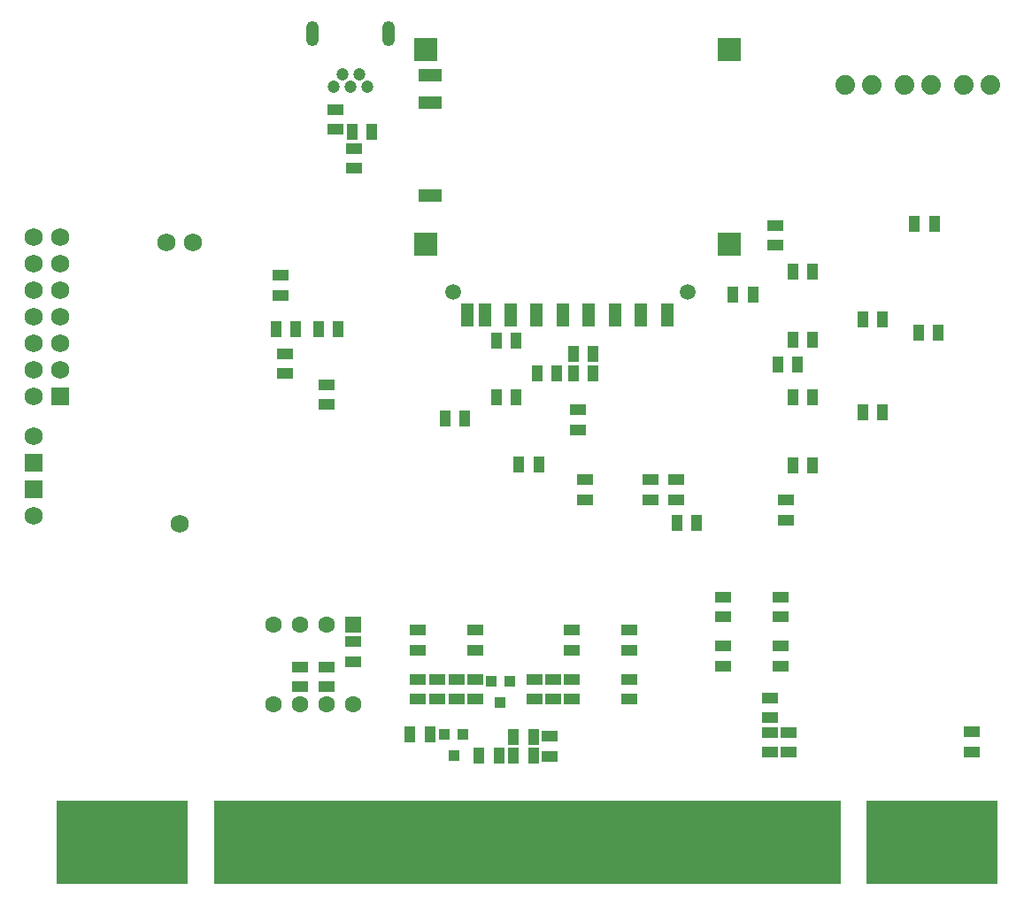
<source format=gbs>
G04 (created by PCBNEW-RS274X (2010-12-16 BZR 2663)-testing) date Tue 15 Feb 2011 12:52:38 PM CET*
G01*
G70*
G90*
%MOIN*%
G04 Gerber Fmt 3.4, Leading zero omitted, Abs format*
%FSLAX34Y34*%
G04 APERTURE LIST*
%ADD10C,0.008000*%
%ADD11R,0.068000X0.068000*%
%ADD12C,0.068000*%
%ADD13C,0.047400*%
%ADD14O,0.047400X0.094600*%
%ADD15R,0.043000X0.063000*%
%ADD16R,0.063000X0.043000*%
%ADD17C,0.059200*%
%ADD18R,0.051300X0.086700*%
%ADD19R,0.086700X0.086700*%
%ADD20R,0.086700X0.047400*%
%ADD21R,0.044000X0.044000*%
%ADD22R,0.063000X0.063000*%
%ADD23C,0.063000*%
%ADD24R,0.492900X0.315800*%
%ADD25R,2.363000X0.315800*%
%ADD26C,0.074000*%
G04 APERTURE END LIST*
G54D10*
G54D11*
X38500Y-38500D03*
G54D12*
X38500Y-37500D03*
G54D13*
X50135Y-23864D03*
X50450Y-24336D03*
X50765Y-23864D03*
X51080Y-24336D03*
X49820Y-24336D03*
G54D14*
X49013Y-22328D03*
X51887Y-22328D03*
G54D11*
X38500Y-39500D03*
G54D12*
X38500Y-40500D03*
X44000Y-40800D03*
X44500Y-30200D03*
X43500Y-30200D03*
G54D11*
X39516Y-35992D03*
G54D12*
X38516Y-35992D03*
X39516Y-34992D03*
X38516Y-34992D03*
X39516Y-33992D03*
X38516Y-33992D03*
X39516Y-32992D03*
X38516Y-32992D03*
X39516Y-31992D03*
X38516Y-31992D03*
X39516Y-30992D03*
X38516Y-30992D03*
X39516Y-29992D03*
X38516Y-29992D03*
G54D15*
X58838Y-34370D03*
X59588Y-34370D03*
X50500Y-26025D03*
X51250Y-26025D03*
X72575Y-33600D03*
X71825Y-33600D03*
X71675Y-29475D03*
X72425Y-29475D03*
G54D16*
X64475Y-46150D03*
X64475Y-45400D03*
X58775Y-47400D03*
X58775Y-46650D03*
X52975Y-47400D03*
X52975Y-46650D03*
X64475Y-43550D03*
X64475Y-44300D03*
X58775Y-44800D03*
X58775Y-45550D03*
X52975Y-44800D03*
X52975Y-45550D03*
X50550Y-45225D03*
X50550Y-45975D03*
G54D15*
X69725Y-33100D03*
X70475Y-33100D03*
X67275Y-34800D03*
X66525Y-34800D03*
G54D16*
X62700Y-39875D03*
X62700Y-39125D03*
G54D15*
X57460Y-35118D03*
X58210Y-35118D03*
G54D16*
X59275Y-39875D03*
X59275Y-39125D03*
X66825Y-39900D03*
X66825Y-40650D03*
G54D15*
X67850Y-38600D03*
X67100Y-38600D03*
X67850Y-33850D03*
X67100Y-33850D03*
G54D16*
X66425Y-29550D03*
X66425Y-30300D03*
G54D15*
X56675Y-33875D03*
X55925Y-33875D03*
X56675Y-36025D03*
X55925Y-36025D03*
G54D16*
X73825Y-48625D03*
X73825Y-49375D03*
G54D15*
X54750Y-36825D03*
X54000Y-36825D03*
X69725Y-36600D03*
X70475Y-36600D03*
X58838Y-35118D03*
X59588Y-35118D03*
X47625Y-33450D03*
X48375Y-33450D03*
G54D16*
X47800Y-31425D03*
X47800Y-32175D03*
G54D15*
X49975Y-33450D03*
X49225Y-33450D03*
G54D16*
X47975Y-35125D03*
X47975Y-34375D03*
X55125Y-44800D03*
X55125Y-45550D03*
X60925Y-44800D03*
X60925Y-45550D03*
X66625Y-43550D03*
X66625Y-44300D03*
X66625Y-46150D03*
X66625Y-45400D03*
X60925Y-47400D03*
X60925Y-46650D03*
X55125Y-47400D03*
X55125Y-46650D03*
G54D17*
X54314Y-32049D03*
X63133Y-32049D03*
G54D18*
X61391Y-32915D03*
X60407Y-32915D03*
X59422Y-32915D03*
X58438Y-32915D03*
X57454Y-32915D03*
X56470Y-32915D03*
X55515Y-32915D03*
X54845Y-32915D03*
X62375Y-32915D03*
G54D19*
X64708Y-30258D03*
X64708Y-22915D03*
X53290Y-30258D03*
X53290Y-22915D03*
G54D20*
X53448Y-28427D03*
X53448Y-24903D03*
X53448Y-23880D03*
G54D16*
X50575Y-26650D03*
X50575Y-27400D03*
X49875Y-25175D03*
X49875Y-25925D03*
G54D21*
X56425Y-46725D03*
X55725Y-46725D03*
X56075Y-47525D03*
G54D16*
X49525Y-36300D03*
X49525Y-35550D03*
G54D22*
X50550Y-44575D03*
G54D23*
X49550Y-44575D03*
X48550Y-44575D03*
X47550Y-44575D03*
X47550Y-47575D03*
X48550Y-47575D03*
X49550Y-47575D03*
X50550Y-47575D03*
G54D16*
X48550Y-46925D03*
X48550Y-46175D03*
X49550Y-46925D03*
X49550Y-46175D03*
X66925Y-48650D03*
X66925Y-49400D03*
X66225Y-48100D03*
X66225Y-47350D03*
G54D15*
X56025Y-49525D03*
X55275Y-49525D03*
X56575Y-49525D03*
X57325Y-49525D03*
G54D16*
X57950Y-48800D03*
X57950Y-49550D03*
X66225Y-49400D03*
X66225Y-48650D03*
X57375Y-47400D03*
X57375Y-46650D03*
X53700Y-47400D03*
X53700Y-46650D03*
G54D15*
X56575Y-48825D03*
X57325Y-48825D03*
G54D16*
X58075Y-47400D03*
X58075Y-46650D03*
X54425Y-47400D03*
X54425Y-46650D03*
G54D24*
X72356Y-52794D03*
X41844Y-52794D03*
G54D25*
X57100Y-52794D03*
G54D26*
X71300Y-24250D03*
X72300Y-24250D03*
X73525Y-24250D03*
X74525Y-24250D03*
X69075Y-24250D03*
X70075Y-24250D03*
G54D15*
X64850Y-32150D03*
X65600Y-32150D03*
G54D16*
X61725Y-39875D03*
X61725Y-39125D03*
G54D15*
X57525Y-38550D03*
X56775Y-38550D03*
G54D16*
X59000Y-36500D03*
X59000Y-37250D03*
G54D15*
X63475Y-40750D03*
X62725Y-40750D03*
X67850Y-36025D03*
X67100Y-36025D03*
X67850Y-31300D03*
X67100Y-31300D03*
G54D21*
X54675Y-48725D03*
X53975Y-48725D03*
X54325Y-49525D03*
G54D15*
X52675Y-48725D03*
X53425Y-48725D03*
M02*

</source>
